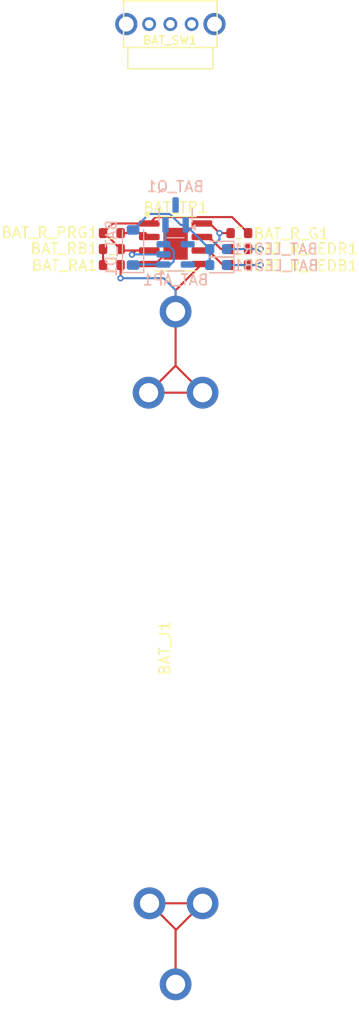
<source format=kicad_pcb>
(kicad_pcb (version 20241229) (generator "pcbnew") (generator_version "9.0")
  (layers (0 "F.Cu" signal) (2 "B.Cu" signal) (13 "F.Paste" user) (15 "B.Paste" user) (5 "F.SilkS" user "F.Silkscreen") (7 "B.SilkS" user "B.Silkscreen") (1 "F.Mask" user) (3 "B.Mask" user) (25 "Edge.Cuts" user))
  (net 0 "")
  (net 1 "VBAT")
  (net 2 "GND")
  (net 3 "BT_PIN")
  (net 4 "VBUS")
  (net 5 "Net-(BAT_Q1-D)")
  (net 6 "nRF_VDD")
  (net 7 "Net-(BAT_AP1-EN)")
  (net 9 "Net-(BAT_LEDB1-K)")
  (net 10 "Net-(BAT_LEDR1-K)")
  (net 11 "Net-(BAT_TP1-~{STDBY})")
  (net 12 "Net-(BAT_TP1-~{CHRG})")
  (net 13 "Net-(BAT_TP1-PROG)")
  (footprint "ErgoCai.pretty:R_0603_1608Metric" (layer "F.Cu") (at 6 -39)
    (property "Reference" "BAT_R_G1" (at 4.89 0.06 0) (layer "F.SilkS"))
    (property "Value" "100k")
    (fp_line (start -0.237258 -0.5225) (end 0.237258 -0.5225) (stroke (width 0.12)) (layer "F.SilkS"))
    (fp_line (start -0.237258 0.5225) (end 0.237258 0.5225) (stroke (width 0.12)) (layer "F.SilkS"))
    (pad "1" smd roundrect (at -0.825 0) (size 0.8 0.95) (layers "F.Cu" "F.Mask" "F.Paste") (net 4 "VBUS"))
    (pad "2" smd roundrect (at 0.825 0) (size 0.8 0.95) (layers "F.Cu" "F.Mask" "F.Paste") (net 2 "GND"))
  )
  (footprint "ErgoCai.pretty:R_0603_1608Metric" (layer "F.Cu") (at -6 -39 180)
    (property "Reference" "BAT_R_PRG1" (at 5.85 0.05 0) (layer "F.SilkS"))
    (property "Value" "1.2K")
    (fp_line (start -0.237258 0.5225) (end 0.237258 0.5225) (stroke (width 0.12)) (layer "F.SilkS"))
    (fp_line (start -0.237258 -0.5225) (end 0.237258 -0.5225) (stroke (width 0.12)) (layer "F.SilkS"))
    (pad "1" smd roundrect (at -0.825 0 180) (size 0.8 0.95) (layers "F.Cu" "F.Mask" "F.Paste") (net 13 "Net-(BAT_TP1-PROG)"))
    (pad "2" smd roundrect (at 0.825 0 180) (size 0.8 0.95) (layers "F.Cu" "F.Mask" "F.Paste") (net 2 "GND"))
  )
  (footprint "ErgoCai.pretty:R_0603_1608Metric" (layer "F.Cu") (at 6 -36 180)
    (property "Reference" "BAT_R_LEDB1" (at -6.245 -0.06 0) (layer "F.SilkS"))
    (property "Value" "1K")
    (fp_line (start -0.237258 0.5225) (end 0.237258 0.5225) (stroke (width 0.12)) (layer "F.SilkS"))
    (fp_line (start -0.237258 -0.5225) (end 0.237258 -0.5225) (stroke (width 0.12)) (layer "F.SilkS"))
    (pad "1" smd roundrect (at -0.825 0 180) (size 0.8 0.95) (layers "F.Cu" "F.Mask" "F.Paste") (net 9 "Net-(BAT_LEDB1-K)"))
    (pad "2" smd roundrect (at 0.825 0 180) (size 0.8 0.95) (layers "F.Cu" "F.Mask" "F.Paste") (net 11 "Net-(BAT_TP1-~{STDBY})"))
  )
  (footprint "ErgoCai.pretty:R_0603_1608Metric" (layer "F.Cu") (at -6 -36 180)
    (property "Reference" "BAT_RA1" (at 4.45 -0.04 0) (layer "F.SilkS"))
    (property "Value" "810K")
    (fp_line (start -0.237258 0.5225) (end 0.237258 0.5225) (stroke (width 0.12)) (layer "F.SilkS"))
    (fp_line (start -0.237258 -0.5225) (end 0.237258 -0.5225) (stroke (width 0.12)) (layer "F.SilkS"))
    (pad "1" smd roundrect (at -0.825 0 180) (size 0.8 0.95) (layers "F.Cu" "F.Mask" "F.Paste") (net 1 "VBAT"))
    (pad "2" smd roundrect (at 0.825 0 180) (size 0.8 0.95) (layers "F.Cu" "F.Mask" "F.Paste") (net 3 "BT_PIN"))
  )
  (footprint "ErgoCai.pretty:R_0603_1608Metric" (layer "F.Cu") (at 6 -37.5 180)
    (property "Reference" "BAT_R_LEDR1" (at -6.25 0.03 0) (layer "F.SilkS"))
    (property "Value" "1K" (hide yes))
    (fp_line (start -0.237258 0.5225) (end 0.237258 0.5225) (stroke (width 0.12)) (layer "F.SilkS"))
    (fp_line (start -0.237258 -0.5225) (end 0.237258 -0.5225) (stroke (width 0.12)) (layer "F.SilkS"))
    (pad "1" smd roundrect (at -0.825 0 180) (size 0.8 0.95) (layers "F.Cu" "F.Mask" "F.Paste") (net 10 "Net-(BAT_LEDR1-K)"))
    (pad "2" smd roundrect (at 0.825 0 180) (size 0.8 0.95) (layers "F.Cu" "F.Mask" "F.Paste") (net 12 "Net-(BAT_TP1-~{CHRG})"))
  )
  (footprint "ErgoCai.pretty:SOIC-8-1EP_3.9x4.9mm_P1.27mm_EP2.29x3mm" (layer "F.Cu") (at 0 -38)
    (property "Reference" "BAT_TP1" (at 0 -3.4 0) (layer "F.SilkS"))
    (property "Value" "TP4056")
    (fp_line (start 0 -2.56) (end -1.95 -2.56) (stroke (width 0.12)) (layer "F.SilkS"))
    (fp_line (start 0 -2.56) (end 1.95 -2.56) (stroke (width 0.12)) (layer "F.SilkS"))
    (fp_line (start 0 2.56) (end -1.95 2.56) (stroke (width 0.12)) (layer "F.SilkS"))
    (fp_line (start 0 2.56) (end 1.95 2.56) (stroke (width 0.12)) (layer "F.SilkS"))
    (fp_poly (pts (xy -2.7 -2.465) (xy -2.94 -2.795) (xy -2.46 -2.795) (xy -2.7 -2.465)) (stroke (width 0.12)) (fill yes) (layer "F.SilkS"))
    (pad "1" smd roundrect (at -2.475 -1.905) (size 1.95 0.6) (layers "F.Cu" "F.Mask" "F.Paste") (net 2 "GND"))
    (pad "2" smd roundrect (at -2.475 -0.635) (size 1.95 0.6) (layers "F.Cu" "F.Mask" "F.Paste") (net 13 "Net-(BAT_TP1-PROG)"))
    (pad "3" smd roundrect (at -2.475 0.635) (size 1.95 0.6) (layers "F.Cu" "F.Mask" "F.Paste") (net 2 "GND"))
    (pad "4" smd roundrect (at -2.475 1.905) (size 1.95 0.6) (layers "F.Cu" "F.Mask" "F.Paste") (net 4 "VBUS"))
    (pad "5" smd roundrect (at 2.475 1.905) (size 1.95 0.6) (layers "F.Cu" "F.Mask" "F.Paste") (net 1 "VBAT"))
    (pad "6" smd roundrect (at 2.475 0.635) (size 1.95 0.6) (layers "F.Cu" "F.Mask" "F.Paste") (net 11 "Net-(BAT_TP1-~{STDBY})"))
    (pad "7" smd roundrect (at 2.475 -0.635) (size 1.95 0.6) (layers "F.Cu" "F.Mask" "F.Paste") (net 12 "Net-(BAT_TP1-~{CHRG})"))
    (pad "8" smd roundrect (at 2.475 -1.905) (size 1.95 0.6) (layers "F.Cu" "F.Mask" "F.Paste") (net 4 "VBUS"))
    (pad "9" smd rect (at 0 0) (size 2.29 3) (property pad_prop_heatsink) (layers "F.Cu" "F.Mask") (net 4 "VBUS"))
  )
  (footprint "ErgoCai.pretty:SK12D07VG4" (layer "F.Cu") (at -0.49 -58.65)
    (property "Reference" "BAT_SW1" (at -0.04 1.53 0) (layer "F.SilkS") (effects (font (size 0.787402 0.787402))))
    (property "Value" "SW_DPDT_x2")
    (fp_line (start -4.4 -2.2) (end 4.4 -2.2) (stroke (width 0.127)) (layer "F.SilkS"))
    (fp_line (start -4.4 2.2) (end -4.4 -2.2) (stroke (width 0.127)) (layer "F.SilkS"))
    (fp_line (start -4 2.2) (end -4.4 2.2) (stroke (width 0.127)) (layer "F.SilkS"))
    (fp_line (start -4 2.2) (end -4 4.2) (stroke (width 0.127)) (layer "F.SilkS"))
    (fp_line (start -4 4.2) (end 4 4.2) (stroke (width 0.127)) (layer "F.SilkS"))
    (fp_line (start 4 2.2) (end -4 2.2) (stroke (width 0.127)) (layer "F.SilkS"))
    (fp_line (start 4 4.2) (end 4 2.2) (stroke (width 0.127)) (layer "F.SilkS"))
    (fp_line (start 4.4 -2.2) (end 4.4 2.2) (stroke (width 0.127)) (layer "F.SilkS"))
    (fp_line (start 4.4 2.2) (end 4 2.2) (stroke (width 0.127)) (layer "F.SilkS"))
    (pad "1" thru_hole circle (at -2 0) (size 1.308 1.308) (drill 0.8) (layers "*.Cu" "*.Mask") (net 5 "Net-(BAT_Q1-D)"))
    (pad "2" thru_hole circle (at 2 0) (size 1.308 1.308) (drill 0.8) (layers "*.Cu" "*.Mask"))
    (pad "COM" thru_hole circle (at 0 0) (size 1.308 1.308) (drill 0.8) (layers "*.Cu" "*.Mask") (net 1 "VBAT"))
    (pad "M1" thru_hole circle (at -4.15 0) (size 2.1 2.1) (drill 1.4) (layers "*.Cu" "*.Mask"))
    (pad "M2" thru_hole circle (at 4.15 0) (size 2.1 2.1) (drill 1.4) (layers "*.Cu" "*.Mask"))
  )
  (footprint "ErgoCai.pretty:R_0603_1608Metric" (layer "F.Cu") (at -6 -37.5)
    (property "Reference" "BAT_RB1" (at -4.48 -0.05 0) (layer "F.SilkS"))
    (property "Value" "2M" (hide yes))
    (fp_line (start -0.237258 -0.5225) (end 0.237258 -0.5225) (stroke (width 0.12)) (layer "F.SilkS"))
    (fp_line (start -0.237258 0.5225) (end 0.237258 0.5225) (stroke (width 0.12)) (layer "F.SilkS"))
    (pad "1" smd roundrect (at -0.825 0) (size 0.8 0.95) (layers "F.Cu" "F.Mask" "F.Paste") (net 3 "BT_PIN"))
    (pad "2" smd roundrect (at 0.825 0) (size 0.8 0.95) (layers "F.Cu" "F.Mask" "F.Paste") (net 2 "GND"))
  )
  (footprint "ErgoCai.pretty:Battery_Holder_18650_Nickel" (layer "F.Cu") (at 0 0)
    (property "Reference" "BAT_J1" (at -1.016 0 90) (layer "F.SilkS"))
    (property "Value" "BATT")
    (pad "1" thru_hole circle (at -2.54 -24) (size 3 3) (drill 1.8) (layers "*.Cu" "*.Mask") (net 1 "VBAT"))
    (pad "1" thru_hole circle (at 0 -31.62) (size 3 3) (drill 1.8) (layers "*.Cu" "*.Mask") (net 1 "VBAT"))
    (pad "1" thru_hole circle (at 2.54 -24) (size 3 3) (drill 1.8) (layers "*.Cu" "*.Mask") (net 1 "VBAT"))
    (pad "2" thru_hole circle (at -2.45 24) (size 3 3) (drill 1.8) (layers "*.Cu" "*.Mask") (net 2 "GND"))
    (pad "2" thru_hole circle (at 0 31.62) (size 3 3) (drill 1.8) (layers "*.Cu" "*.Mask") (net 2 "GND"))
    (pad "2" thru_hole circle (at 2.54 24) (size 3 3) (drill 1.8) (layers "*.Cu" "*.Mask") (net 2 "GND"))
  )
  (footprint "ErgoCai.pretty:SOT-23" (layer "B.Cu") (at 0 -40.7 90)
    (property "Reference" "BAT_Q1" (at 2.67 -0.02 180) (layer "B.SilkS") (effects (justify mirror)))
    (property "Value" "AO3401A")
    (fp_line (start 0 -1.56) (end 0.65 -1.56) (stroke (width 0.12)) (layer "B.SilkS"))
    (fp_line (start 0 -1.56) (end -0.65 -1.56) (stroke (width 0.12)) (layer "B.SilkS"))
    (fp_line (start 0 1.56) (end 0.65 1.56) (stroke (width 0.12)) (layer "B.SilkS"))
    (fp_line (start 0 1.56) (end -0.65 1.56) (stroke (width 0.12)) (layer "B.SilkS"))
    (fp_poly (pts (xy -1.1625 1.51) (xy -1.4025 1.84) (xy -0.9225 1.84) (xy -1.1625 1.51)) (stroke (width 0.12)) (fill yes) (layer "B.SilkS"))
    (pad "1" smd roundrect (at -0.9375 0.95 90) (size 1.475 0.6) (layers "B.Cu" "B.Mask" "B.Paste") (net 4 "VBUS"))
    (pad "2" smd roundrect (at -0.9375 -0.95 90) (size 1.475 0.6) (layers "B.Cu" "B.Mask" "B.Paste") (net 7 "Net-(BAT_AP1-EN)"))
    (pad "3" smd roundrect (at 0.9375 0 90) (size 1.475 0.6) (layers "B.Cu" "B.Mask" "B.Paste") (net 5 "Net-(BAT_Q1-D)"))
  )
  (footprint "ErgoCai.pretty:D_SOD-123" (layer "B.Cu") (at -4 -37.65 90)
    (property "Reference" "BAT_D1" (at -0.07 -2.05 90) (layer "B.SilkS") (effects (justify mirror)))
    (property "Value" "1N5819")
    (fp_line (start -2.36 -1) (end 1.65 -1) (stroke (width 0.12)) (layer "B.SilkS"))
    (fp_line (start -2.36 1) (end -2.36 -1) (stroke (width 0.12)) (layer "B.SilkS"))
    (fp_line (start -2.36 1) (end 1.65 1) (stroke (width 0.12)) (layer "B.SilkS"))
    (pad "1" smd roundrect (at -1.65 0 90) (size 0.9 1.2) (layers "B.Cu" "B.Mask" "B.Paste") (net 7 "Net-(BAT_AP1-EN)"))
    (pad "2" smd roundrect (at 1.65 0 90) (size 0.9 1.2) (layers "B.Cu" "B.Mask" "B.Paste") (net 4 "VBUS"))
  )
  (footprint "ErgoCai.pretty:LED_0603_1608Metric" (layer "B.Cu") (at 4 -36 180)
    (property "Reference" "BAT_LEDB1" (at -5.44 -0.05 0) (layer "B.SilkS") (effects (justify mirror)))
    (property "Value" "BLUE" (hide yes))
    (fp_line (start 0.8 0.735) (end -1.485 0.735) (stroke (width 0.12)) (layer "B.SilkS"))
    (fp_line (start -1.485 0.735) (end -1.485 -0.735) (stroke (width 0.12)) (layer "B.SilkS"))
    (fp_line (start -1.485 -0.735) (end 0.8 -0.735) (stroke (width 0.12)) (layer "B.SilkS"))
    (pad "1" smd roundrect (at -0.7875 0 180) (size 0.875 0.95) (layers "B.Cu" "B.Mask" "B.Paste") (net 9 "Net-(BAT_LEDB1-K)"))
    (pad "2" smd roundrect (at 0.7875 0 180) (size 0.875 0.95) (layers "B.Cu" "B.Mask" "B.Paste") (net 4 "VBUS"))
  )
  (footprint "ErgoCai.pretty:SOT-23-5" (layer "B.Cu") (at 0 -37)
    (property "Reference" "BAT_AP1" (at 0 2.4 180) (layer "B.SilkS") (effects (justify mirror)))
    (property "Value" "AP2112K-3.3")
    (fp_line (start 0 -1.56) (end -0.8 -1.56) (stroke (width 0.12)) (layer "B.SilkS"))
    (fp_line (start 0 -1.56) (end 0.8 -1.56) (stroke (width 0.12)) (layer "B.SilkS"))
    (fp_line (start 0 1.56) (end -0.8 1.56) (stroke (width 0.12)) (layer "B.SilkS"))
    (fp_line (start 0 1.56) (end 0.8 1.56) (stroke (width 0.12)) (layer "B.SilkS"))
    (fp_poly (pts (xy -1.3 1.51) (xy -1.54 1.84) (xy -1.06 1.84) (xy -1.3 1.51)) (stroke (width 0.12)) (fill yes) (layer "B.SilkS"))
    (pad "1" smd roundrect (at -1.1375 0.95) (size 1.325 0.6) (layers "B.Cu" "B.Mask" "B.Paste") (net 7 "Net-(BAT_AP1-EN)"))
    (pad "2" smd roundrect (at -1.1375 0) (size 1.325 0.6) (layers "B.Cu" "B.Mask" "B.Paste") (net 2 "GND"))
    (pad "3" smd roundrect (at -1.1375 -0.95) (size 1.325 0.6) (layers "B.Cu" "B.Mask" "B.Paste") (net 7 "Net-(BAT_AP1-EN)"))
    (pad "4" smd roundrect (at 1.1375 -0.95) (size 1.325 0.6) (layers "B.Cu" "B.Mask" "B.Paste"))
    (pad "5" smd roundrect (at 1.1375 0.95) (size 1.325 0.6) (layers "B.Cu" "B.Mask" "B.Paste") (net 6 "nRF_VDD"))
  )
  (footprint "ErgoCai.pretty:LED_0603_1608Metric" (layer "B.Cu") (at 4 -37.5 180)
    (property "Reference" "BAT_LEDR1" (at -5.37 0 0) (layer "B.SilkS") (effects (justify mirror)))
    (property "Value" "RED" (hide yes))
    (fp_line (start 0.8 0.735) (end -1.485 0.735) (stroke (width 0.12)) (layer "B.SilkS"))
    (fp_line (start -1.485 0.735) (end -1.485 -0.735) (stroke (width 0.12)) (layer "B.SilkS"))
    (fp_line (start -1.485 -0.735) (end 0.8 -0.735) (stroke (width 0.12)) (layer "B.SilkS"))
    (pad "1" smd roundrect (at -0.7875 0 180) (size 0.875 0.95) (layers "B.Cu" "B.Mask" "B.Paste") (net 10 "Net-(BAT_LEDR1-K)"))
    (pad "2" smd roundrect (at 0.7875 0 180) (size 0.875 0.95) (layers "B.Cu" "B.Mask" "B.Paste") (net 4 "VBUS"))
  )
  (segment (start 0 -31.62) (end 0 -26.54) (width 0.2) (layer "F.Cu") (net 1))
  (segment (start 0 -33.62) (end 0 -31.62) (width 0.2) (layer "F.Cu") (net 1))
  (segment (start -2.54 -24) (end 2.54 -24) (width 0.2) (layer "F.Cu") (net 1))
  (segment (start -5.175 -36) (end -5.175 -34.765) (width 0.2) (layer "F.Cu") (net 1))
  (segment (start 1.874 -35.494) (end 2.475 -36.095) (width 0.2) (layer "F.Cu") (net 1))
  (segment (start 0 -26.54) (end 2.54 -24) (width 0.2) (layer "F.Cu") (net 1))
  (segment (start -5.175 -34.765) (end -5.18 -34.76) (width 0.2) (layer "F.Cu") (net 1))
  (segment (start 2.475 -36.095) (end 0 -33.62) (width 0.2) (layer "F.Cu") (net 1))
  (segment (start 0 -26.54) (end -2.54 -24) (width 0.2) (layer "F.Cu") (net 1))
  (via (at -5.18 -34.76) (size 0.6) (drill 0.3) (layers "F.Cu" "B.Cu") (net 1))
  (segment (start -1.12 -34.76) (end -5.18 -34.76) (width 0.2) (layer "B.Cu") (net 1))
  (segment (start 0 -33.64) (end -1.12 -34.76) (width 0.2) (layer "B.Cu") (net 1))
  (segment (start 0 -31.62) (end 0 -33.64) (width 0.2) (layer "B.Cu") (net 1))
  (segment (start 0 26.45) (end 0 31.62) (width 0.2) (layer "F.Cu") (net 2))
  (segment (start -2.45 24) (end 0 26.45) (width 0.2) (layer "F.Cu") (net 2))
  (segment (start -5.92 -39.905) (end -6.825 -39) (width 0.2) (layer "F.Cu") (net 2))
  (segment (start -6.675 -39) (end -5.175 -37.5) (width 0.2) (layer "F.Cu") (net 2))
  (segment (start -2.475 -37.365) (end -3.725 -37.365) (width 0.2) (layer "F.Cu") (net 2))
  (segment (start 5.319 -40.506) (end 6.825 -39) (width 0.2) (layer "F.Cu") (net 2))
  (segment (start -1.874 -40.506) (end 5.319 -40.506) (width 0.2) (layer "F.Cu") (net 2))
  (segment (start -2.475 -39.905) (end -1.874 -40.506) (width 0.2) (layer "F.Cu") (net 2))
  (segment (start -3.725 -37.365) (end -4.11 -36.98) (width 0.2) (layer "F.Cu") (net 2))
  (segment (start 0 31.62) (end 0 26.54) (width 0.2) (layer "F.Cu") (net 2))
  (segment (start -4.84 -37.365) (end -4.975 -37.5) (width 0.2) (layer "F.Cu") (net 2))
  (segment (start -6.825 -39) (end -6.675 -39) (width 0.2) (layer "F.Cu") (net 2))
  (segment (start 0 26.54) (end 2.54 24) (width 0.2) (layer "F.Cu") (net 2))
  (segment (start -2.475 -39.905) (end -5.92 -39.905) (width 0.2) (layer "F.Cu") (net 2))
  (segment (start -4.975 -37.5) (end -5.125 -37.5) (width 0.2) (layer "F.Cu") (net 2))
  (segment (start -2.45 24) (end 2.54 24) (width 0.2) (layer "F.Cu") (net 2))
  (segment (start -2.475 -37.365) (end -4.84 -37.365) (width 0.2) (layer "F.Cu") (net 2))
  (via (at -4.11 -36.98) (size 0.6) (drill 0.3) (layers "F.Cu" "B.Cu") (net 2))
  (segment (start -1.1375 -37) (end -4.09 -37) (width 0.2) (layer "B.Cu") (net 2))
  (segment (start -4.09 -37) (end -4.11 -36.98) (width 0.2) (layer "B.Cu") (net 2))
  (segment (start -6.825 -37.5) (end -6.825 -36) (width 0.2) (layer "F.Cu") (net 3))
  (segment (start 3.225 -39.905) (end 2.475 -39.905) (width 0.2) (layer "F.Cu") (net 4))
  (segment (start 5.095 -38.92) (end 5.175 -39) (width 0.2) (layer "F.Cu") (net 4))
  (segment (start 1.905 -39.905) (end 2.475 -39.905) (width 0.2) (layer "F.Cu") (net 4))
  (segment (start -1.905 -36.095) (end 0 -38) (width 0.2) (layer "F.Cu") (net 4))
  (segment (start -2.475 -36.095) (end -1.905 -36.095) (width 0.2) (layer "F.Cu") (net 4))
  (segment (start 4.13 -39) (end 5.175 -39) (width 0.2) (layer "F.Cu") (net 4))
  (segment (start 4.13 -39) (end 3.225 -39.905) (width 0.2) (layer "F.Cu") (net 4))
  (segment (start 3.145 -39.905) (end 2.475 -39.905) (width 0.2) (layer "F.Cu") (net 4))
  (segment (start 0 -38) (end 1.905 -39.905) (width 0.2) (layer "F.Cu") (net 4))
  (via (at 4.13 -39) (size 0.6) (drill 0.3) (layers "F.Cu" "B.Cu") (net 4))
  (segment (start -0.541968 -40.8) (end 0.495532 -39.7625) (width 0.2) (layer "B.Cu") (net 4))
  (segment (start 4.13 -39) (end 4.13 -38.4175) (width 0.2) (layer "B.Cu") (net 4))
  (segment (start -4 -39.3) (end -2.5 -40.8) (width 0.2) (layer "B.Cu") (net 4))
  (segment (start 3.2125 -37.5) (end 0.95 -39.7625) (width 0.2) (layer "B.Cu") (net 4))
  (segment (start -2.5 -40.8) (end -0.541968 -40.8) (width 0.2) (layer "B.Cu") (net 4))
  (segment (start 0.495532 -39.7625) (end 0.95 -39.7625) (width 0.2) (layer "B.Cu") (net 4))
  (segment (start 4.13 -38.4175) (end 3.2125 -37.5) (width 0.2) (layer "B.Cu") (net 4))
  (segment (start 3.2125 -36) (end 3.2125 -37.5) (width 0.2) (layer "B.Cu") (net 4))
  (segment (start -0.174 -36.351001) (end -0.475001 -36.05) (width 0.2) (layer "B.Cu") (net 7))
  (segment (start -0.783032 -37.95) (end -0.174 -37.340968) (width 0.2) (layer "B.Cu") (net 7))
  (segment (start -1.1375 -37.95) (end -0.783032 -37.95) (width 0.2) (layer "B.Cu") (net 7))
  (segment (start -0.95 -39.7625) (end -0.95 -38.1375) (width 0.2) (layer "B.Cu") (net 7))
  (segment (start -1.1375 -36.05) (end -3.95 -36.05) (width 0.2) (layer "B.Cu") (net 7))
  (segment (start -0.475001 -36.05) (end -1.1375 -36.05) (width 0.2) (layer "B.Cu") (net 7))
  (segment (start -3.95 -36.05) (end -4 -36) (width 0.2) (layer "B.Cu") (net 7))
  (segment (start -0.95 -38.1375) (end -1.1375 -37.95) (width 0.2) (layer "B.Cu") (net 7))
  (segment (start -0.174 -37.340968) (end -0.174 -36.351001) (width 0.2) (layer "B.Cu") (net 7))
  (segment (start 6.625 -36) (end 7.93 -36) (width 0.2) (layer "F.Cu") (net 9))
  (via (at 8 -36) (size 0.6) (drill 0.3) (layers "F.Cu" "B.Cu") (net 9))
  (segment (start 7.93 -36) (end 4.7875 -36) (width 0.2) (layer "B.Cu") (net 9))
  (segment (start 6.625 -37.5) (end 7.91 -37.5) (width 0.2) (layer "F.Cu") (net 10))
  (segment (start 7.91 -37.5) (end 7.92 -37.51) (width 0.2) (layer "F.Cu") (net 10))
  (via (at 8 -37.5) (size 0.6) (drill 0.3) (layers "F.Cu" "B.Cu") (net 10))
  (segment (start 4.7875 -37.5) (end 7.91 -37.5) (width 0.2) (layer "B.Cu") (net 10))
  (segment (start 7.91 -37.5) (end 7.92 -37.51) (width 0.2) (layer "B.Cu") (net 10))
  (segment (start 2.475 -37.365) (end 3.085 -37.365) (width 0.2) (layer "F.Cu") (net 11))
  (segment (start 3.085 -37.365) (end 4.45 -36) (width 0.2) (layer "F.Cu") (net 11))
  (segment (start 4.45 -36) (end 4.975 -36) (width 0.2) (layer "F.Cu") (net 11))
  (segment (start 3.135 -38.635) (end 2.475 -38.635) (width 0.2) (layer "F.Cu") (net 12))
  (segment (start 4.975 -37.5) (end 4.27 -37.5) (width 0.2) (layer "F.Cu") (net 12))
  (segment (start 4.27 -37.5) (end 3.135 -38.635) (width 0.2) (layer "F.Cu") (net 12))
  (segment (start -4.975 -39) (end -2.84 -39) (width 0.2) (layer "F.Cu") (net 13))
  (segment (start -2.84 -39) (end -2.475 -38.635) (width 0.2) (layer "F.Cu") (net 13))
)
</source>
